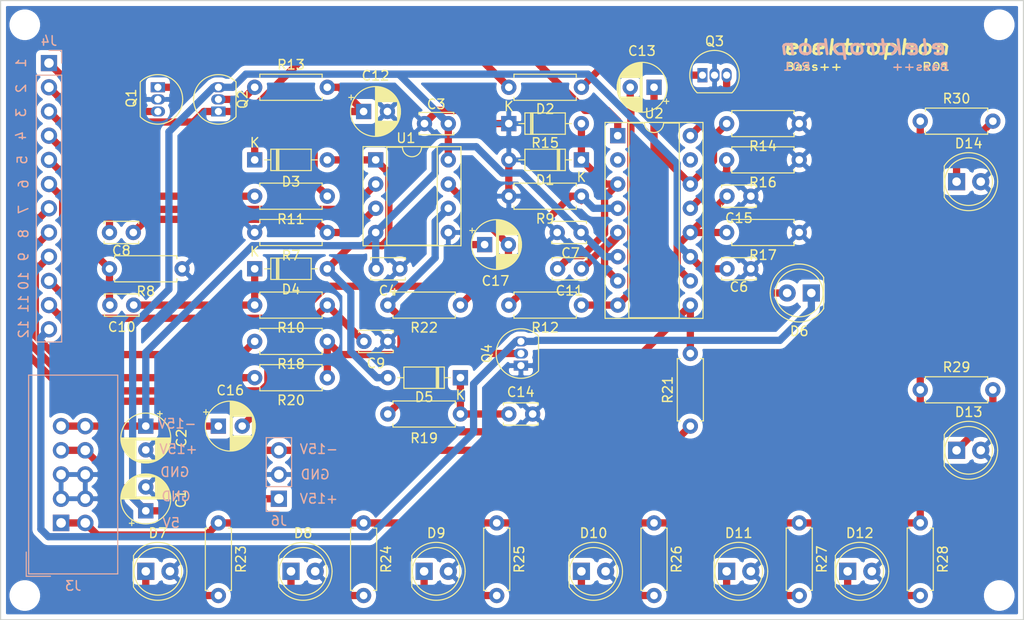
<source format=kicad_pcb>
(kicad_pcb (version 20171130) (host pcbnew 5.1.2)
  (layers (0 F.Cu signal) (31 B.Cu signal hide) (34 B.Paste user) (35 F.Paste user) (36 B.SilkS user) (37 F.SilkS user) (38 B.Mask user) (39 F.Mask user) (44 Edge.Cuts user))
  (net 0 "")
  (net 1 GND)
  (net 2 +15V)
  (net 3 -15V)
  (net 4 "Net-(C8-Pad2)")
  (net 5 /TRIGGER)
  (net 6 /ImpactVolume2)
  (net 7 /ImpactVolume1)
  (net 8 "Net-(C10-Pad1)")
  (net 9 "Net-(C11-Pad2)")
  (net 10 "Net-(C11-Pad1)")
  (net 11 "Net-(C12-Pad1)")
  (net 12 "Net-(C13-Pad2)")
  (net 13 "Net-(C13-Pad1)")
  (net 14 "Net-(C14-Pad1)")
  (net 15 "Net-(C15-Pad2)")
  (net 16 "Net-(C16-Pad2)")
  (net 17 /Shell)
  (net 18 "Net-(C17-Pad2)")
  (net 19 /OUT)
  (net 20 /PULSE)
  (net 21 /LED)
  (net 22 "Net-(Q1-Pad1)")
  (net 23 /CV2)
  (net 24 /CV1)
  (net 25 "Net-(Q2-Pad2)")
  (net 26 "Net-(Q3-Pad1)")
  (net 27 "Net-(Q3-Pad3)")
  (net 28 "Net-(Q4-Pad2)")
  (net 29 "Net-(R12-Pad2)")
  (net 30 /DECAY)
  (net 31 "Net-(R16-Pad2)")
  (net 32 /ShellVolume)
  (net 33 "Net-(R18-Pad1)")
  (net 34 /ImpactTone)
  (net 35 /SENSITIVITY)
  (net 36 "Net-(U2-Pad15)")
  (net 37 "Net-(U2-Pad2)")
  (net 38 +5V)
  (net 39 "Net-(D7-Pad1)")
  (net 40 "Net-(D8-Pad1)")
  (net 41 "Net-(D9-Pad1)")
  (net 42 "Net-(D10-Pad1)")
  (net 43 "Net-(D11-Pad1)")
  (net 44 "Net-(D12-Pad1)")
  (net 45 "Net-(D13-Pad1)")
  (net 46 "Net-(D14-Pad1)")
  (module MountingHole:MountingHole_2.2mm_M2_ISO14580 (layer F.Cu) (at 188.63 123.19)
    (fp_text reference REF** hide)
    (fp_text value MountingHole_2.2mm_M2_ISO14580 hide)
    (pad 1 np_thru_hole circle (at 0 0) (size 2.2 2.2) (drill 2.2) (layers *.Cu *.Mask))
  )
  (module MountingHole:MountingHole_2.2mm_M2_ISO14580 (layer F.Cu) (at 188.63 63.29)
    (fp_text reference REF** hide)
    (fp_text value MountingHole_2.2mm_M2_ISO14580 hide)
    (pad 1 np_thru_hole circle (at 0 0) (size 2.2 2.2) (drill 2.2) (layers *.Cu *.Mask))
  )
  (module MountingHole:MountingHole_2.2mm_M2_ISO14580 (layer F.Cu) (at 86.36 63.29)
    (fp_text reference REF** hide)
    (fp_text value MountingHole_2.2mm_M2_ISO14580 hide)
    (pad 1 np_thru_hole circle (at 0 0) (size 2.2 2.2) (drill 2.2) (layers *.Cu *.Mask))
  )
  (module MountingHole:MountingHole_2.2mm_M2_ISO14580 (layer F.Cu) (at 86.36 123.19)
    (fp_text reference REF** hide)
    (fp_text value MountingHole_2.2mm_M2_ISO14580 hide)
    (pad 1 np_thru_hole circle (at 0 0) (size 2.2 2.2) (drill 2.2) (layers *.Cu *.Mask))
  )
  (module Connector_PinHeader_2.54mm:PinHeader_1x03_P2.54mm_Vertical (layer B.Cu) (at 113.03 113.03)
    (fp_text reference J6 (at 0 2.33) (layer B.SilkS) (effects (justify mirror)))
    (fp_text value PanelPower)
    (pad 3 thru_hole oval (at 0 -5.08) (size 1.7 1.7) (drill 1) (layers *.Cu *.Mask) (net 3 -15V))
    (pad 2 thru_hole oval (at 0 -2.54) (size 1.7 1.7) (drill 1) (layers *.Cu *.Mask) (net 1 GND))
    (pad 1 thru_hole rect (at 0 0) (size 1.7 1.7) (drill 1) (layers *.Cu *.Mask) (net 2 +15V))
  )
  (module Connector_PinHeader_2.54mm:PinHeader_1x12_P2.54mm_Vertical (layer B.Cu) (at 88.9 67.31 180)
    (fp_text reference J4 (at 0 2.33) (layer B.SilkS) (effects (justify mirror)))
    (fp_text value Panel)
    (pad 12 thru_hole oval (at 0 -27.94 180) (size 1.7 1.7) (drill 1) (layers *.Cu *.Mask) (net 21 /LED))
    (pad 11 thru_hole oval (at 0 -25.4 180) (size 1.7 1.7) (drill 1) (layers *.Cu *.Mask) (net 32 /ShellVolume))
    (pad 10 thru_hole oval (at 0 -22.86 180) (size 1.7 1.7) (drill 1) (layers *.Cu *.Mask) (net 19 /OUT))
    (pad 9 thru_hole oval (at 0 -20.32 180) (size 1.7 1.7) (drill 1) (layers *.Cu *.Mask) (net 34 /ImpactTone))
    (pad 8 thru_hole oval (at 0 -17.78 180) (size 1.7 1.7) (drill 1) (layers *.Cu *.Mask) (net 6 /ImpactVolume2))
    (pad 7 thru_hole oval (at 0 -15.24 180) (size 1.7 1.7) (drill 1) (layers *.Cu *.Mask) (net 17 /Shell))
    (pad 6 thru_hole oval (at 0 -12.7 180) (size 1.7 1.7) (drill 1) (layers *.Cu *.Mask) (net 7 /ImpactVolume1))
    (pad 5 thru_hole oval (at 0 -10.16 180) (size 1.7 1.7) (drill 1) (layers *.Cu *.Mask) (net 5 /TRIGGER))
    (pad 4 thru_hole oval (at 0 -7.62 180) (size 1.7 1.7) (drill 1) (layers *.Cu *.Mask) (net 35 /SENSITIVITY))
    (pad 3 thru_hole oval (at 0 -5.08 180) (size 1.7 1.7) (drill 1) (layers *.Cu *.Mask) (net 30 /DECAY))
    (pad 2 thru_hole oval (at 0 -2.54 180) (size 1.7 1.7) (drill 1) (layers *.Cu *.Mask) (net 24 /CV1))
    (pad 1 thru_hole rect (at 0 0 180) (size 1.7 1.7) (drill 1) (layers *.Cu *.Mask) (net 23 /CV2))
  )
  (module Package_DIP:DIP-16_W7.62mm_Socket (layer F.Cu) (at 148.59 74.93)
    (fp_text reference U2 (at 3.81 -2.33) (layer F.SilkS))
    (fp_text value LM13700)
    (pad 16 thru_hole oval (at 7.62 0) (size 1.6 1.6) (drill 0.8) (layers *.Cu *.Mask) (net 27 "Net-(Q3-Pad3)"))
    (pad 8 thru_hole oval (at 0 17.78) (size 1.6 1.6) (drill 0.8) (layers *.Cu *.Mask) (net 12 "Net-(C13-Pad2)"))
    (pad 15 thru_hole oval (at 7.62 2.54) (size 1.6 1.6) (drill 0.8) (layers *.Cu *.Mask) (net 36 "Net-(U2-Pad15)"))
    (pad 7 thru_hole oval (at 0 15.24) (size 1.6 1.6) (drill 0.8) (layers *.Cu *.Mask) (net 10 "Net-(C11-Pad1)"))
    (pad 14 thru_hole oval (at 7.62 5.08) (size 1.6 1.6) (drill 0.8) (layers *.Cu *.Mask) (net 13 "Net-(C13-Pad1)"))
    (pad 6 thru_hole oval (at 0 12.7) (size 1.6 1.6) (drill 0.8) (layers *.Cu *.Mask) (net 3 -15V))
    (pad 13 thru_hole oval (at 7.62 7.62) (size 1.6 1.6) (drill 0.8) (layers *.Cu *.Mask) (net 31 "Net-(R16-Pad2)"))
    (pad 5 thru_hole oval (at 0 10.16) (size 1.6 1.6) (drill 0.8) (layers *.Cu *.Mask) (net 10 "Net-(C11-Pad1)"))
    (pad 12 thru_hole oval (at 7.62 10.16) (size 1.6 1.6) (drill 0.8) (layers *.Cu *.Mask) (net 15 "Net-(C15-Pad2)"))
    (pad 4 thru_hole oval (at 0 7.62) (size 1.6 1.6) (drill 0.8) (layers *.Cu *.Mask) (net 29 "Net-(R12-Pad2)"))
    (pad 11 thru_hole oval (at 7.62 12.7) (size 1.6 1.6) (drill 0.8) (layers *.Cu *.Mask) (net 2 +15V))
    (pad 3 thru_hole oval (at 0 5.08) (size 1.6 1.6) (drill 0.8) (layers *.Cu *.Mask) (net 9 "Net-(C11-Pad2)"))
    (pad 10 thru_hole oval (at 7.62 15.24) (size 1.6 1.6) (drill 0.8) (layers *.Cu *.Mask) (net 15 "Net-(C15-Pad2)"))
    (pad 2 thru_hole oval (at 0 2.54) (size 1.6 1.6) (drill 0.8) (layers *.Cu *.Mask) (net 37 "Net-(U2-Pad2)"))
    (pad 9 thru_hole oval (at 7.62 17.78) (size 1.6 1.6) (drill 0.8) (layers *.Cu *.Mask) (net 16 "Net-(C16-Pad2)"))
    (pad 1 thru_hole rect (at 0 0) (size 1.6 1.6) (drill 0.8) (layers *.Cu *.Mask) (net 22 "Net-(Q1-Pad1)"))
  )
  (module Package_DIP:DIP-8_W7.62mm_Socket (layer F.Cu) (at 123.19 77.47)
    (fp_text reference U1 (at 3.175 -2.286) (layer F.SilkS))
    (fp_text value TL072)
    (pad 8 thru_hole oval (at 7.62 0) (size 1.6 1.6) (drill 0.8) (layers *.Cu *.Mask) (net 2 +15V))
    (pad 4 thru_hole oval (at 0 7.62) (size 1.6 1.6) (drill 0.8) (layers *.Cu *.Mask) (net 3 -15V))
    (pad 7 thru_hole oval (at 7.62 2.54) (size 1.6 1.6) (drill 0.8) (layers *.Cu *.Mask) (net 18 "Net-(C17-Pad2)"))
    (pad 3 thru_hole oval (at 0 5.08) (size 1.6 1.6) (drill 0.8) (layers *.Cu *.Mask) (net 4 "Net-(C8-Pad2)"))
    (pad 6 thru_hole oval (at 7.62 5.08) (size 1.6 1.6) (drill 0.8) (layers *.Cu *.Mask) (net 33 "Net-(R18-Pad1)"))
    (pad 2 thru_hole oval (at 0 2.54) (size 1.6 1.6) (drill 0.8) (layers *.Cu *.Mask) (net 35 /SENSITIVITY))
    (pad 5 thru_hole oval (at 7.62 7.62) (size 1.6 1.6) (drill 0.8) (layers *.Cu *.Mask) (net 1 GND))
    (pad 1 thru_hole rect (at 0 0) (size 1.6 1.6) (drill 0.8) (layers *.Cu *.Mask) (net 20 /PULSE))
  )
  (module Resistor_THT:R_Axial_DIN0207_L6.3mm_D2.5mm_P7.62mm_Horizontal (layer F.Cu) (at 180.34 73.406)
    (fp_text reference R30 (at 3.81 -2.37) (layer F.SilkS))
    (fp_text value 220k)
    (pad 2 thru_hole oval (at 7.62 0) (size 1.6 1.6) (drill 0.8) (layers *.Cu *.Mask) (net 46 "Net-(D14-Pad1)"))
    (pad 1 thru_hole circle (at 0 0) (size 1.6 1.6) (drill 0.8) (layers *.Cu *.Mask) (net 38 +5V))
  )
  (module Resistor_THT:R_Axial_DIN0207_L6.3mm_D2.5mm_P7.62mm_Horizontal (layer F.Cu) (at 180.34 101.6)
    (fp_text reference R29 (at 3.81 -2.37) (layer F.SilkS))
    (fp_text value 220k)
    (pad 2 thru_hole oval (at 7.62 0) (size 1.6 1.6) (drill 0.8) (layers *.Cu *.Mask) (net 45 "Net-(D13-Pad1)"))
    (pad 1 thru_hole circle (at 0 0) (size 1.6 1.6) (drill 0.8) (layers *.Cu *.Mask) (net 38 +5V))
  )
  (module Resistor_THT:R_Axial_DIN0207_L6.3mm_D2.5mm_P7.62mm_Horizontal (layer F.Cu) (at 180.34 115.57 270)
    (fp_text reference R28 (at 3.81 -2.37 90) (layer F.SilkS))
    (fp_text value 220k)
    (pad 2 thru_hole oval (at 7.62 0 270) (size 1.6 1.6) (drill 0.8) (layers *.Cu *.Mask) (net 44 "Net-(D12-Pad1)"))
    (pad 1 thru_hole circle (at 0 0 270) (size 1.6 1.6) (drill 0.8) (layers *.Cu *.Mask) (net 38 +5V))
  )
  (module Resistor_THT:R_Axial_DIN0207_L6.3mm_D2.5mm_P7.62mm_Horizontal (layer F.Cu) (at 167.64 115.57 270)
    (fp_text reference R27 (at 3.81 -2.37 90) (layer F.SilkS))
    (fp_text value 220k)
    (pad 2 thru_hole oval (at 7.62 0 270) (size 1.6 1.6) (drill 0.8) (layers *.Cu *.Mask) (net 43 "Net-(D11-Pad1)"))
    (pad 1 thru_hole circle (at 0 0 270) (size 1.6 1.6) (drill 0.8) (layers *.Cu *.Mask) (net 38 +5V))
  )
  (module Resistor_THT:R_Axial_DIN0207_L6.3mm_D2.5mm_P7.62mm_Horizontal (layer F.Cu) (at 152.4 115.57 270)
    (fp_text reference R26 (at 3.81 -2.37 90) (layer F.SilkS))
    (fp_text value 220k)
    (pad 2 thru_hole oval (at 7.62 0 270) (size 1.6 1.6) (drill 0.8) (layers *.Cu *.Mask) (net 42 "Net-(D10-Pad1)"))
    (pad 1 thru_hole circle (at 0 0 270) (size 1.6 1.6) (drill 0.8) (layers *.Cu *.Mask) (net 38 +5V))
  )
  (module Resistor_THT:R_Axial_DIN0207_L6.3mm_D2.5mm_P7.62mm_Horizontal (layer F.Cu) (at 135.89 115.57 270)
    (fp_text reference R25 (at 3.81 -2.37 90) (layer F.SilkS))
    (fp_text value 220k)
    (pad 2 thru_hole oval (at 7.62 0 270) (size 1.6 1.6) (drill 0.8) (layers *.Cu *.Mask) (net 41 "Net-(D9-Pad1)"))
    (pad 1 thru_hole circle (at 0 0 270) (size 1.6 1.6) (drill 0.8) (layers *.Cu *.Mask) (net 38 +5V))
  )
  (module Resistor_THT:R_Axial_DIN0207_L6.3mm_D2.5mm_P7.62mm_Horizontal (layer F.Cu) (at 121.92 115.57 270)
    (fp_text reference R24 (at 3.81 -2.37 90) (layer F.SilkS))
    (fp_text value 220k)
    (pad 2 thru_hole oval (at 7.62 0 270) (size 1.6 1.6) (drill 0.8) (layers *.Cu *.Mask) (net 40 "Net-(D8-Pad1)"))
    (pad 1 thru_hole circle (at 0 0 270) (size 1.6 1.6) (drill 0.8) (layers *.Cu *.Mask) (net 38 +5V))
  )
  (module Resistor_THT:R_Axial_DIN0207_L6.3mm_D2.5mm_P7.62mm_Horizontal (layer F.Cu) (at 106.68 115.57 270)
    (fp_text reference R23 (at 3.81 -2.37 90) (layer F.SilkS))
    (fp_text value 220k)
    (pad 2 thru_hole oval (at 7.62 0 270) (size 1.6 1.6) (drill 0.8) (layers *.Cu *.Mask) (net 39 "Net-(D7-Pad1)"))
    (pad 1 thru_hole circle (at 0 0 270) (size 1.6 1.6) (drill 0.8) (layers *.Cu *.Mask) (net 38 +5V))
  )
  (module Resistor_THT:R_Axial_DIN0207_L6.3mm_D2.5mm_P7.62mm_Horizontal (layer F.Cu) (at 132.08 92.71 180)
    (fp_text reference R22 (at 3.81 -2.37) (layer F.SilkS))
    (fp_text value 100k)
    (pad 2 thru_hole oval (at 7.62 0 180) (size 1.6 1.6) (drill 0.8) (layers *.Cu *.Mask) (net 33 "Net-(R18-Pad1)"))
    (pad 1 thru_hole circle (at 0 0 180) (size 1.6 1.6) (drill 0.8) (layers *.Cu *.Mask) (net 18 "Net-(C17-Pad2)"))
  )
  (module Resistor_THT:R_Axial_DIN0207_L6.3mm_D2.5mm_P7.62mm_Horizontal (layer F.Cu) (at 156.21 105.41 90)
    (fp_text reference R21 (at 3.81 -2.37 90) (layer F.SilkS))
    (fp_text value 220)
    (pad 2 thru_hole oval (at 7.62 0 90) (size 1.6 1.6) (drill 0.8) (layers *.Cu *.Mask) (net 16 "Net-(C16-Pad2)"))
    (pad 1 thru_hole circle (at 0 0 90) (size 1.6 1.6) (drill 0.8) (layers *.Cu *.Mask) (net 3 -15V))
  )
  (module Resistor_THT:R_Axial_DIN0207_L6.3mm_D2.5mm_P7.62mm_Horizontal (layer F.Cu) (at 118.11 100.33 180)
    (fp_text reference R20 (at 3.81 -2.37) (layer F.SilkS))
    (fp_text value 100k)
    (pad 2 thru_hole oval (at 7.62 0 180) (size 1.6 1.6) (drill 0.8) (layers *.Cu *.Mask) (net 34 /ImpactTone))
    (pad 1 thru_hole circle (at 0 0 180) (size 1.6 1.6) (drill 0.8) (layers *.Cu *.Mask) (net 33 "Net-(R18-Pad1)"))
  )
  (module Resistor_THT:R_Axial_DIN0207_L6.3mm_D2.5mm_P7.62mm_Horizontal (layer F.Cu) (at 124.46 104.14)
    (fp_text reference R19 (at 3.81 2.54) (layer F.SilkS))
    (fp_text value 220k)
    (pad 2 thru_hole oval (at 7.62 0) (size 1.6 1.6) (drill 0.8) (layers *.Cu *.Mask) (net 14 "Net-(C14-Pad1)"))
    (pad 1 thru_hole circle (at 0 0) (size 1.6 1.6) (drill 0.8) (layers *.Cu *.Mask) (net 28 "Net-(Q4-Pad2)"))
  )
  (module Resistor_THT:R_Axial_DIN0207_L6.3mm_D2.5mm_P7.62mm_Horizontal (layer F.Cu) (at 118.11 96.52 180)
    (fp_text reference R18 (at 3.81 -2.37) (layer F.SilkS))
    (fp_text value 100k)
    (pad 2 thru_hole oval (at 7.62 0 180) (size 1.6 1.6) (drill 0.8) (layers *.Cu *.Mask) (net 32 /ShellVolume))
    (pad 1 thru_hole circle (at 0 0 180) (size 1.6 1.6) (drill 0.8) (layers *.Cu *.Mask) (net 33 "Net-(R18-Pad1)"))
  )
  (module Resistor_THT:R_Axial_DIN0207_L6.3mm_D2.5mm_P7.62mm_Horizontal (layer F.Cu) (at 167.64 85.09 180)
    (fp_text reference R17 (at 3.81 -2.37) (layer F.SilkS))
    (fp_text value 220)
    (pad 2 thru_hole oval (at 7.62 0 180) (size 1.6 1.6) (drill 0.8) (layers *.Cu *.Mask) (net 15 "Net-(C15-Pad2)"))
    (pad 1 thru_hole circle (at 0 0 180) (size 1.6 1.6) (drill 0.8) (layers *.Cu *.Mask) (net 1 GND))
  )
  (module Resistor_THT:R_Axial_DIN0207_L6.3mm_D2.5mm_P7.62mm_Horizontal (layer F.Cu) (at 167.64 77.47 180)
    (fp_text reference R16 (at 3.81 -2.37) (layer F.SilkS))
    (fp_text value 220)
    (pad 2 thru_hole oval (at 7.62 0 180) (size 1.6 1.6) (drill 0.8) (layers *.Cu *.Mask) (net 31 "Net-(R16-Pad2)"))
    (pad 1 thru_hole circle (at 0 0 180) (size 1.6 1.6) (drill 0.8) (layers *.Cu *.Mask) (net 1 GND))
  )
  (module Resistor_THT:R_Axial_DIN0207_L6.3mm_D2.5mm_P7.62mm_Horizontal (layer F.Cu) (at 144.78 69.85 180)
    (fp_text reference R15 (at 3.81 -5.842) (layer F.SilkS))
    (fp_text value 20k)
    (pad 2 thru_hole oval (at 7.62 0 180) (size 1.6 1.6) (drill 0.8) (layers *.Cu *.Mask) (net 24 /CV1))
    (pad 1 thru_hole circle (at 0 0 180) (size 1.6 1.6) (drill 0.8) (layers *.Cu *.Mask) (net 26 "Net-(Q3-Pad1)"))
  )
  (module Resistor_THT:R_Axial_DIN0207_L6.3mm_D2.5mm_P7.62mm_Horizontal (layer F.Cu) (at 167.64 73.66 180)
    (fp_text reference R14 (at 3.81 -2.37) (layer F.SilkS))
    (fp_text value 220)
    (pad 2 thru_hole oval (at 7.62 0 180) (size 1.6 1.6) (drill 0.8) (layers *.Cu *.Mask) (net 13 "Net-(C13-Pad1)"))
    (pad 1 thru_hole circle (at 0 0 180) (size 1.6 1.6) (drill 0.8) (layers *.Cu *.Mask) (net 1 GND))
  )
  (module Resistor_THT:R_Axial_DIN0207_L6.3mm_D2.5mm_P7.62mm_Horizontal (layer F.Cu) (at 110.49 69.85)
    (fp_text reference R13 (at 3.81 -2.37) (layer F.SilkS))
    (fp_text value 10k)
    (pad 2 thru_hole oval (at 7.62 0) (size 1.6 1.6) (drill 0.8) (layers *.Cu *.Mask) (net 11 "Net-(C12-Pad1)"))
    (pad 1 thru_hole circle (at 0 0) (size 1.6 1.6) (drill 0.8) (layers *.Cu *.Mask) (net 25 "Net-(Q2-Pad2)"))
  )
  (module Resistor_THT:R_Axial_DIN0207_L6.3mm_D2.5mm_P7.62mm_Horizontal (layer F.Cu) (at 144.78 92.71 180)
    (fp_text reference R12 (at 3.81 -2.37) (layer F.SilkS))
    (fp_text value 20k)
    (pad 2 thru_hole oval (at 7.62 0 180) (size 1.6 1.6) (drill 0.8) (layers *.Cu *.Mask) (net 29 "Net-(R12-Pad2)"))
    (pad 1 thru_hole circle (at 0 0 180) (size 1.6 1.6) (drill 0.8) (layers *.Cu *.Mask) (net 12 "Net-(C13-Pad2)"))
  )
  (module Resistor_THT:R_Axial_DIN0207_L6.3mm_D2.5mm_P7.62mm_Horizontal (layer F.Cu) (at 110.49 81.28)
    (fp_text reference R11 (at 3.81 2.413) (layer F.SilkS))
    (fp_text value 1k)
    (pad 2 thru_hole oval (at 7.62 0) (size 1.6 1.6) (drill 0.8) (layers *.Cu *.Mask) (net 11 "Net-(C12-Pad1)"))
    (pad 1 thru_hole circle (at 0 0) (size 1.6 1.6) (drill 0.8) (layers *.Cu *.Mask) (net 30 /DECAY))
  )
  (module Resistor_THT:R_Axial_DIN0207_L6.3mm_D2.5mm_P7.62mm_Horizontal (layer F.Cu) (at 118.11 92.71 180)
    (fp_text reference R10 (at 3.81 -2.37) (layer F.SilkS))
    (fp_text value 10k)
    (pad 2 thru_hole oval (at 7.62 0 180) (size 1.6 1.6) (drill 0.8) (layers *.Cu *.Mask) (net 8 "Net-(C10-Pad1)"))
    (pad 1 thru_hole circle (at 0 0 180) (size 1.6 1.6) (drill 0.8) (layers *.Cu *.Mask) (net 6 /ImpactVolume2))
  )
  (module Resistor_THT:R_Axial_DIN0207_L6.3mm_D2.5mm_P7.62mm_Horizontal (layer F.Cu) (at 144.78 81.28 180)
    (fp_text reference R9 (at 3.81 -2.37) (layer F.SilkS))
    (fp_text value 2k)
    (pad 2 thru_hole oval (at 7.62 0 180) (size 1.6 1.6) (drill 0.8) (layers *.Cu *.Mask) (net 1 GND))
    (pad 1 thru_hole circle (at 0 0 180) (size 1.6 1.6) (drill 0.8) (layers *.Cu *.Mask) (net 29 "Net-(R12-Pad2)"))
  )
  (module Resistor_THT:R_Axial_DIN0207_L6.3mm_D2.5mm_P7.62mm_Horizontal (layer F.Cu) (at 102.87 88.9 180)
    (fp_text reference R8 (at 3.81 -2.37) (layer F.SilkS))
    (fp_text value 2k)
    (pad 2 thru_hole oval (at 7.62 0 180) (size 1.6 1.6) (drill 0.8) (layers *.Cu *.Mask) (net 7 /ImpactVolume1))
    (pad 1 thru_hole circle (at 0 0 180) (size 1.6 1.6) (drill 0.8) (layers *.Cu *.Mask) (net 1 GND))
  )
  (module Resistor_THT:R_Axial_DIN0207_L6.3mm_D2.5mm_P7.62mm_Horizontal (layer F.Cu) (at 110.49 85.09)
    (fp_text reference R7 (at 3.81 2.413) (layer F.SilkS))
    (fp_text value 1M)
    (pad 2 thru_hole oval (at 7.62 0) (size 1.6 1.6) (drill 0.8) (layers *.Cu *.Mask) (net 4 "Net-(C8-Pad2)"))
    (pad 1 thru_hole circle (at 0 0) (size 1.6 1.6) (drill 0.8) (layers *.Cu *.Mask) (net 1 GND))
  )
  (module Package_TO_SOT_THT:TO-92_Inline (layer F.Cu) (at 138.43 99.06 90)
    (fp_text reference Q4 (at 1.27 -3.56 90) (layer F.SilkS))
    (fp_text value 2N3904)
    (pad 1 thru_hole rect (at 0 0 90) (size 1.05 1.5) (drill 0.75) (layers *.Cu *.Mask) (net 1 GND))
    (pad 3 thru_hole oval (at 2.54 0 90) (size 1.05 1.5) (drill 0.75) (layers *.Cu *.Mask) (net 21 /LED))
    (pad 2 thru_hole oval (at 1.27 0 90) (size 1.05 1.5) (drill 0.75) (layers *.Cu *.Mask) (net 28 "Net-(Q4-Pad2)"))
  )
  (module Package_TO_SOT_THT:TO-92_Inline (layer F.Cu) (at 157.48 68.58)
    (fp_text reference Q3 (at 1.27 -3.56) (layer F.SilkS))
    (fp_text value 2N3906)
    (pad 1 thru_hole rect (at 0 0) (size 1.05 1.5) (drill 0.75) (layers *.Cu *.Mask) (net 26 "Net-(Q3-Pad1)"))
    (pad 3 thru_hole oval (at 2.54 0) (size 1.05 1.5) (drill 0.75) (layers *.Cu *.Mask) (net 27 "Net-(Q3-Pad3)"))
    (pad 2 thru_hole oval (at 1.27 0) (size 1.05 1.5) (drill 0.75) (layers *.Cu *.Mask) (net 1 GND))
  )
  (module Package_TO_SOT_THT:TO-92_Inline (layer F.Cu) (at 106.68 72.39 90)
    (fp_text reference Q2 (at 1.27 2.54 90) (layer F.SilkS))
    (fp_text value 2N3904)
    (pad 1 thru_hole rect (at 0 0 90) (size 1.05 1.5) (drill 0.75) (layers *.Cu *.Mask) (net 24 /CV1))
    (pad 3 thru_hole oval (at 2.54 0 90) (size 1.05 1.5) (drill 0.75) (layers *.Cu *.Mask) (net 2 +15V))
    (pad 2 thru_hole oval (at 1.27 0 90) (size 1.05 1.5) (drill 0.75) (layers *.Cu *.Mask) (net 25 "Net-(Q2-Pad2)"))
  )
  (module Package_TO_SOT_THT:TO-92_Inline (layer F.Cu) (at 100.33 69.85 270)
    (fp_text reference Q1 (at 1.143 2.794 90) (layer F.SilkS))
    (fp_text value 2N3906)
    (pad 1 thru_hole rect (at 0 0 270) (size 1.05 1.5) (drill 0.75) (layers *.Cu *.Mask) (net 22 "Net-(Q1-Pad1)"))
    (pad 3 thru_hole oval (at 2.54 0 270) (size 1.05 1.5) (drill 0.75) (layers *.Cu *.Mask) (net 23 /CV2))
    (pad 2 thru_hole oval (at 1.27 0 270) (size 1.05 1.5) (drill 0.75) (layers *.Cu *.Mask) (net 1 GND))
  )
  (module Connector_IDC:IDC-Header_2x05_P2.54mm_Vertical (layer B.Cu) (at 90.17 115.57)
    (fp_text reference J3 (at 1.27 6.604) (layer B.SilkS) (effects (justify mirror)))
    (fp_text value POWER)
    (pad 10 thru_hole oval (at 2.54 -10.16) (size 1.7272 1.7272) (drill 1.016) (layers *.Cu *.Mask) (net 3 -15V))
    (pad 9 thru_hole oval (at 0 -10.16) (size 1.7272 1.7272) (drill 1.016) (layers *.Cu *.Mask) (net 3 -15V))
    (pad 8 thru_hole oval (at 2.54 -7.62) (size 1.7272 1.7272) (drill 1.016) (layers *.Cu *.Mask) (net 2 +15V))
    (pad 7 thru_hole oval (at 0 -7.62) (size 1.7272 1.7272) (drill 1.016) (layers *.Cu *.Mask) (net 2 +15V))
    (pad 6 thru_hole oval (at 2.54 -5.08) (size 1.7272 1.7272) (drill 1.016) (layers *.Cu *.Mask) (net 1 GND))
    (pad 5 thru_hole oval (at 0 -5.08) (size 1.7272 1.7272) (drill 1.016) (layers *.Cu *.Mask) (net 1 GND))
    (pad 4 thru_hole oval (at 2.54 -2.54) (size 1.7272 1.7272) (drill 1.016) (layers *.Cu *.Mask) (net 1 GND))
    (pad 3 thru_hole oval (at 0 -2.54) (size 1.7272 1.7272) (drill 1.016) (layers *.Cu *.Mask) (net 1 GND))
    (pad 2 thru_hole oval (at 2.54 0) (size 1.7272 1.7272) (drill 1.016) (layers *.Cu *.Mask) (net 38 +5V))
    (pad 1 thru_hole rect (at 0 0) (size 1.7272 1.7272) (drill 1.016) (layers *.Cu *.Mask) (net 38 +5V))
  )
  (module LED_THT:LED_D5.0mm_FlatTop (layer F.Cu) (at 184.15 79.756)
    (fp_text reference D14 (at 1.27 -4.01) (layer F.SilkS))
    (fp_text value LED)
    (pad 2 thru_hole circle (at 2.54 0) (size 1.8 1.8) (drill 0.9) (layers *.Cu *.Mask) (net 1 GND))
    (pad 1 thru_hole rect (at 0 0) (size 1.8 1.8) (drill 0.9) (layers *.Cu *.Mask) (net 46 "Net-(D14-Pad1)"))
  )
  (module LED_THT:LED_D5.0mm_FlatTop (layer F.Cu) (at 184.15 107.95)
    (fp_text reference D13 (at 1.27 -4.01) (layer F.SilkS))
    (fp_text value LED)
    (pad 2 thru_hole circle (at 2.54 0) (size 1.8 1.8) (drill 0.9) (layers *.Cu *.Mask) (net 1 GND))
    (pad 1 thru_hole rect (at 0 0) (size 1.8 1.8) (drill 0.9) (layers *.Cu *.Mask) (net 45 "Net-(D13-Pad1)"))
  )
  (module LED_THT:LED_D5.0mm_FlatTop (layer F.Cu) (at 172.72 120.65)
    (fp_text reference D12 (at 1.27 -4.01) (layer F.SilkS))
    (fp_text value LED)
    (pad 2 thru_hole circle (at 2.54 0) (size 1.8 1.8) (drill 0.9) (layers *.Cu *.Mask) (net 1 GND))
    (pad 1 thru_hole rect (at 0 0) (size 1.8 1.8) (drill 0.9) (layers *.Cu *.Mask) (net 44 "Net-(D12-Pad1)"))
  )
  (module LED_THT:LED_D5.0mm_FlatTop (layer F.Cu) (at 160.02 120.65)
    (fp_text reference D11 (at 1.27 -4.01) (layer F.SilkS))
    (fp_text value LED)
    (pad 2 thru_hole circle (at 2.54 0) (size 1.8 1.8) (drill 0.9) (layers *.Cu *.Mask) (net 1 GND))
    (pad 1 thru_hole rect (at 0 0) (size 1.8 1.8) (drill 0.9) (layers *.Cu *.Mask) (net 43 "Net-(D11-Pad1)"))
  )
  (module LED_THT:LED_D5.0mm_FlatTop (layer F.Cu) (at 144.78 120.65)
    (fp_text reference D10 (at 1.27 -4.01) (layer F.SilkS))
    (fp_text value LED)
    (pad 2 thru_hole circle (at 2.54 0) (size 1.8 1.8) (drill 0.9) (layers *.Cu *.Mask) (net 1 GND))
    (pad 1 thru_hole rect (at 0 0) (size 1.8 1.8) (drill 0.9) (layers *.Cu *.Mask) (net 42 "Net-(D10-Pad1)"))
  )
  (module LED_THT:LED_D5.0mm_FlatTop (layer F.Cu) (at 128.27 120.65)
    (fp_text reference D9 (at 1.27 -4.01) (layer F.SilkS))
    (fp_text value LED)
    (pad 2 thru_hole circle (at 2.54 0) (size 1.8 1.8) (drill 0.9) (layers *.Cu *.Mask) (net 1 GND))
    (pad 1 thru_hole rect (at 0 0) (size 1.8 1.8) (drill 0.9) (layers *.Cu *.Mask) (net 41 "Net-(D9-Pad1)"))
  )
  (module LED_THT:LED_D5.0mm_FlatTop (layer F.Cu) (at 114.3 120.65)
    (fp_text reference D8 (at 1.27 -4.01) (layer F.SilkS))
    (fp_text value LED)
    (pad 2 thru_hole circle (at 2.54 0) (size 1.8 1.8) (drill 0.9) (layers *.Cu *.Mask) (net 1 GND))
    (pad 1 thru_hole rect (at 0 0) (size 1.8 1.8) (drill 0.9) (layers *.Cu *.Mask) (net 40 "Net-(D8-Pad1)"))
  )
  (module LED_THT:LED_D5.0mm_FlatTop (layer F.Cu) (at 99.06 120.65)
    (fp_text reference D7 (at 1.27 -4.01) (layer F.SilkS))
    (fp_text value LED)
    (pad 2 thru_hole circle (at 2.54 0) (size 1.8 1.8) (drill 0.9) (layers *.Cu *.Mask) (net 1 GND))
    (pad 1 thru_hole rect (at 0 0) (size 1.8 1.8) (drill 0.9) (layers *.Cu *.Mask) (net 39 "Net-(D7-Pad1)"))
  )
  (module LED_THT:LED_D5.0mm_FlatTop (layer F.Cu) (at 168.91 91.44 180)
    (fp_text reference D6 (at 1.27 -4.01) (layer F.SilkS))
    (fp_text value LED)
    (pad 2 thru_hole circle (at 2.54 0 180) (size 1.8 1.8) (drill 0.9) (layers *.Cu *.Mask) (net 2 +15V))
    (pad 1 thru_hole rect (at 0 0 180) (size 1.8 1.8) (drill 0.9) (layers *.Cu *.Mask) (net 21 /LED))
  )
  (module Diode_THT:D_DO-35_SOD27_P7.62mm_Horizontal (layer F.Cu) (at 132.08 100.33 180)
    (fp_text reference D5 (at 3.81 -2.032) (layer F.SilkS))
    (fp_text value 1N4148)
    (fp_text user K (at 0 -1.8) (layer F.SilkS))
    (pad 2 thru_hole oval (at 7.62 0 180) (size 1.6 1.6) (drill 0.8) (layers *.Cu *.Mask) (net 20 /PULSE))
    (pad 1 thru_hole rect (at 0 0 180) (size 1.6 1.6) (drill 0.8) (layers *.Cu *.Mask) (net 14 "Net-(C14-Pad1)"))
  )
  (module Diode_THT:D_DO-35_SOD27_P7.62mm_Horizontal (layer F.Cu) (at 110.49 88.9)
    (fp_text reference D4 (at 3.81 2.159) (layer F.SilkS))
    (fp_text value 1N4148)
    (fp_text user K (at 0 -1.8) (layer F.SilkS))
    (pad 2 thru_hole oval (at 7.62 0) (size 1.6 1.6) (drill 0.8) (layers *.Cu *.Mask) (net 20 /PULSE))
    (pad 1 thru_hole rect (at 0 0) (size 1.6 1.6) (drill 0.8) (layers *.Cu *.Mask) (net 8 "Net-(C10-Pad1)"))
  )
  (module Diode_THT:D_DO-35_SOD27_P7.62mm_Horizontal (layer F.Cu) (at 110.49 77.47)
    (fp_text reference D3 (at 3.81 2.286) (layer F.SilkS))
    (fp_text value 1N4148)
    (fp_text user K (at 0 -1.8) (layer F.SilkS))
    (pad 2 thru_hole oval (at 7.62 0) (size 1.6 1.6) (drill 0.8) (layers *.Cu *.Mask) (net 20 /PULSE))
    (pad 1 thru_hole rect (at 0 0) (size 1.6 1.6) (drill 0.8) (layers *.Cu *.Mask) (net 11 "Net-(C12-Pad1)"))
  )
  (module Diode_THT:D_DO-35_SOD27_P7.62mm_Horizontal (layer F.Cu) (at 137.16 73.66)
    (fp_text reference D2 (at 3.81 -1.524) (layer F.SilkS))
    (fp_text value 1N4148)
    (fp_text user K (at 0 -1.8) (layer F.SilkS))
    (pad 2 thru_hole oval (at 7.62 0) (size 1.6 1.6) (drill 0.8) (layers *.Cu *.Mask) (net 9 "Net-(C11-Pad2)"))
    (pad 1 thru_hole rect (at 0 0) (size 1.6 1.6) (drill 0.8) (layers *.Cu *.Mask) (net 1 GND))
  )
  (module Diode_THT:D_DO-35_SOD27_P7.62mm_Horizontal (layer F.Cu) (at 144.78 77.47 180)
    (fp_text reference D1 (at 3.81 -2.12) (layer F.SilkS))
    (fp_text value 1N4148)
    (fp_text user K (at 0 -1.8) (layer F.SilkS))
    (pad 2 thru_hole oval (at 7.62 0 180) (size 1.6 1.6) (drill 0.8) (layers *.Cu *.Mask) (net 1 GND))
    (pad 1 thru_hole rect (at 0 0 180) (size 1.6 1.6) (drill 0.8) (layers *.Cu *.Mask) (net 9 "Net-(C11-Pad2)"))
  )
  (module Capacitor_THT:CP_Radial_D5.0mm_P2.50mm (layer F.Cu) (at 134.62 86.36)
    (fp_text reference C17 (at 1.143 3.81) (layer F.SilkS))
    (fp_text value 2u2)
    (pad 2 thru_hole circle (at 2.5 0) (size 1.6 1.6) (drill 0.8) (layers *.Cu *.Mask) (net 18 "Net-(C17-Pad2)"))
    (pad 1 thru_hole rect (at 0 0) (size 1.6 1.6) (drill 0.8) (layers *.Cu *.Mask) (net 19 /OUT))
  )
  (module Capacitor_THT:CP_Radial_D5.0mm_P2.50mm (layer F.Cu) (at 106.68 105.41)
    (fp_text reference C16 (at 1.25 -3.75) (layer F.SilkS))
    (fp_text value 2u2)
    (pad 2 thru_hole circle (at 2.5 0) (size 1.6 1.6) (drill 0.8) (layers *.Cu *.Mask) (net 16 "Net-(C16-Pad2)"))
    (pad 1 thru_hole rect (at 0 0) (size 1.6 1.6) (drill 0.8) (layers *.Cu *.Mask) (net 17 /Shell))
  )
  (module Capacitor_THT:C_Disc_D3.4mm_W2.1mm_P2.50mm (layer F.Cu) (at 162.56 81.28 180)
    (fp_text reference C15 (at 1.25 -2.3) (layer F.SilkS))
    (fp_text value 10n)
    (pad 2 thru_hole circle (at 2.5 0 180) (size 1.6 1.6) (drill 0.8) (layers *.Cu *.Mask) (net 15 "Net-(C15-Pad2)"))
    (pad 1 thru_hole circle (at 0 0 180) (size 1.6 1.6) (drill 0.8) (layers *.Cu *.Mask) (net 1 GND))
  )
  (module Capacitor_THT:C_Disc_D3.4mm_W2.1mm_P2.50mm (layer F.Cu) (at 137.16 104.14)
    (fp_text reference C14 (at 1.25 -2.3) (layer F.SilkS))
    (fp_text value 10n)
    (pad 2 thru_hole circle (at 2.5 0) (size 1.6 1.6) (drill 0.8) (layers *.Cu *.Mask) (net 1 GND))
    (pad 1 thru_hole circle (at 0 0) (size 1.6 1.6) (drill 0.8) (layers *.Cu *.Mask) (net 14 "Net-(C14-Pad1)"))
  )
  (module Capacitor_THT:CP_Radial_D5.0mm_P2.50mm (layer F.Cu) (at 152.4 69.85 180)
    (fp_text reference C13 (at 1.27 3.81) (layer F.SilkS))
    (fp_text value 2u2)
    (pad 2 thru_hole circle (at 2.5 0 180) (size 1.6 1.6) (drill 0.8) (layers *.Cu *.Mask) (net 12 "Net-(C13-Pad2)"))
    (pad 1 thru_hole rect (at 0 0 180) (size 1.6 1.6) (drill 0.8) (layers *.Cu *.Mask) (net 13 "Net-(C13-Pad1)"))
  )
  (module Capacitor_THT:CP_Radial_D5.0mm_P2.50mm (layer F.Cu) (at 121.92 72.39)
    (fp_text reference C12 (at 1.25 -3.75) (layer F.SilkS))
    (fp_text value 2u2)
    (pad 2 thru_hole circle (at 2.5 0) (size 1.6 1.6) (drill 0.8) (layers *.Cu *.Mask) (net 1 GND))
    (pad 1 thru_hole rect (at 0 0) (size 1.6 1.6) (drill 0.8) (layers *.Cu *.Mask) (net 11 "Net-(C12-Pad1)"))
  )
  (module Capacitor_THT:C_Disc_D3.4mm_W2.1mm_P2.50mm (layer F.Cu) (at 144.78 88.9 180)
    (fp_text reference C11 (at 1.25 -2.3) (layer F.SilkS))
    (fp_text value 4n7)
    (pad 2 thru_hole circle (at 2.5 0 180) (size 1.6 1.6) (drill 0.8) (layers *.Cu *.Mask) (net 9 "Net-(C11-Pad2)"))
    (pad 1 thru_hole circle (at 0 0 180) (size 1.6 1.6) (drill 0.8) (layers *.Cu *.Mask) (net 10 "Net-(C11-Pad1)"))
  )
  (module Capacitor_THT:C_Disc_D3.4mm_W2.1mm_P2.50mm (layer F.Cu) (at 97.79 92.71 180)
    (fp_text reference C10 (at 1.25 -2.3) (layer F.SilkS))
    (fp_text value 0.1u)
    (pad 2 thru_hole circle (at 2.5 0 180) (size 1.6 1.6) (drill 0.8) (layers *.Cu *.Mask) (net 7 /ImpactVolume1))
    (pad 1 thru_hole circle (at 0 0 180) (size 1.6 1.6) (drill 0.8) (layers *.Cu *.Mask) (net 8 "Net-(C10-Pad1)"))
  )
  (module Capacitor_THT:C_Disc_D3.4mm_W2.1mm_P2.50mm (layer F.Cu) (at 124.46 96.52 180)
    (fp_text reference C9 (at 1.25 -2.3) (layer F.SilkS))
    (fp_text value 0.1u)
    (pad 2 thru_hole circle (at 2.5 0 180) (size 1.6 1.6) (drill 0.8) (layers *.Cu *.Mask) (net 6 /ImpactVolume2))
    (pad 1 thru_hole circle (at 0 0 180) (size 1.6 1.6) (drill 0.8) (layers *.Cu *.Mask) (net 1 GND))
  )
  (module Capacitor_THT:C_Disc_D3.4mm_W2.1mm_P2.50mm (layer F.Cu) (at 95.25 85.09)
    (fp_text reference C8 (at 1.25 1.905) (layer F.SilkS))
    (fp_text value 1n)
    (pad 2 thru_hole circle (at 2.5 0) (size 1.6 1.6) (drill 0.8) (layers *.Cu *.Mask) (net 4 "Net-(C8-Pad2)"))
    (pad 1 thru_hole circle (at 0 0) (size 1.6 1.6) (drill 0.8) (layers *.Cu *.Mask) (net 5 /TRIGGER))
  )
  (module Capacitor_THT:C_Disc_D3.4mm_W2.1mm_P2.50mm (layer F.Cu) (at 142.24 85.09)
    (fp_text reference C7 (at 1.397 2.159) (layer F.SilkS))
    (fp_text value 0.1u)
    (pad 2 thru_hole circle (at 2.5 0) (size 1.6 1.6) (drill 0.8) (layers *.Cu *.Mask) (net 3 -15V))
    (pad 1 thru_hole circle (at 0 0) (size 1.6 1.6) (drill 0.8) (layers *.Cu *.Mask) (net 1 GND))
  )
  (module Capacitor_THT:C_Disc_D3.4mm_W2.1mm_P2.50mm (layer F.Cu) (at 160.06 88.9)
    (fp_text reference C6 (at 1.25 1.905) (layer F.SilkS))
    (fp_text value 0.1u)
    (pad 2 thru_hole circle (at 2.5 0) (size 1.6 1.6) (drill 0.8) (layers *.Cu *.Mask) (net 1 GND))
    (pad 1 thru_hole circle (at 0 0) (size 1.6 1.6) (drill 0.8) (layers *.Cu *.Mask) (net 2 +15V))
  )
  (module Capacitor_THT:C_Disc_D3.4mm_W2.1mm_P2.50mm (layer F.Cu) (at 125.73 88.9 180)
    (fp_text reference C4 (at 1.25 -2.3) (layer F.SilkS))
    (fp_text value 0.1u)
    (pad 2 thru_hole circle (at 2.5 0 180) (size 1.6 1.6) (drill 0.8) (layers *.Cu *.Mask) (net 3 -15V))
    (pad 1 thru_hole circle (at 0 0 180) (size 1.6 1.6) (drill 0.8) (layers *.Cu *.Mask) (net 1 GND))
  )
  (module Capacitor_THT:C_Disc_D3.4mm_W2.1mm_P2.50mm (layer F.Cu) (at 130.81 73.66 180)
    (fp_text reference C3 (at 1.27 2.032) (layer F.SilkS))
    (fp_text value 0.1u)
    (pad 2 thru_hole circle (at 2.5 0 180) (size 1.6 1.6) (drill 0.8) (layers *.Cu *.Mask) (net 1 GND))
    (pad 1 thru_hole circle (at 0 0 180) (size 1.6 1.6) (drill 0.8) (layers *.Cu *.Mask) (net 2 +15V))
  )
  (module Capacitor_THT:CP_Radial_D5.0mm_P2.50mm (layer F.Cu) (at 99.06 105.41 270)
    (fp_text reference C2 (at 1.25 -3.75 90) (layer F.SilkS))
    (fp_text value 10u)
    (pad 2 thru_hole circle (at 2.5 0 270) (size 1.6 1.6) (drill 0.8) (layers *.Cu *.Mask) (net 1 GND))
    (pad 1 thru_hole rect (at 0 0 270) (size 1.6 1.6) (drill 0.8) (layers *.Cu *.Mask) (net 3 -15V))
  )
  (module Capacitor_THT:CP_Radial_D5.0mm_P2.50mm (layer F.Cu) (at 99.06 114.3 90)
    (fp_text reference C1 (at 1.25 3.683 90) (layer F.SilkS))
    (fp_text value 10u)
    (pad 2 thru_hole circle (at 2.5 0 90) (size 1.6 1.6) (drill 0.8) (layers *.Cu *.Mask) (net 1 GND))
    (pad 1 thru_hole rect (at 0 0 90) (size 1.6 1.6) (drill 0.8) (layers *.Cu *.Mask) (net 2 +15V))
  )
  (gr_text 12 (at 86.233 95.25 90) (layer B.SilkS) (effects (font (size 1 1)) (justify mirror)))
  (gr_text 11 (at 86.233 92.583 90) (layer B.SilkS) (effects (font (size 1 1)) (justify mirror)))
  (gr_text 10 (at 86.233 90.17 90) (layer B.SilkS) (effects (font (size 1 1)) (justify mirror)))
  (gr_text 9 (at 86.233 87.63 90) (layer B.SilkS) (effects (font (size 1 1)) (justify mirror)))
  (gr_text 8 (at 86.233 85.217 90) (layer B.SilkS) (effects (font (size 1 1)) (justify mirror)))
  (gr_text 7 (at 86.233 82.677 90) (layer B.SilkS) (effects (font (size 1 1)) (justify mirror)))
  (gr_text 6 (at 86.233 80.01 90) (layer B.SilkS) (effects (font (size 1 1)) (justify mirror)))
  (gr_text 5 (at 86.106 77.47 90) (layer B.SilkS) (effects (font (size 1 1)) (justify mirror)))
  (gr_text 4 (at 85.979 74.93 90) (layer B.SilkS) (effects (font (size 1 1)) (justify mirror)))
  (gr_text 3 (at 85.979 72.517 90) (layer B.SilkS) (effects (font (size 1 1)) (justify mirror)))
  (gr_text 2 (at 85.979 69.977 90) (layer B.SilkS) (effects (font (size 1 1)) (justify mirror)))
  (gr_text 1 (at 85.979 67.31 90) (layer B.SilkS) (effects (font (size 1 1)) (justify mirror)))
  (gr_text +15V (at 117.221 113.03) (layer B.SilkS) (effects (font (size 1 1)) (justify mirror)))
  (gr_text GND (at 116.84 110.49) (layer B.SilkS) (effects (font (size 1 1)) (justify mirror)))
  (gr_text -15V (at 117.221 107.823) (layer B.SilkS) (effects (font (size 1 1)) (justify mirror)))
  (gr_text -15V (at 102.362 105.156) (layer B.SilkS) (effects (font (size 1 1)) (justify mirror)))
  (gr_text +15V (at 102.489 107.823) (layer B.SilkS) (effects (font (size 1 1)) (justify mirror)))
  (gr_text GND (at 102.108 110.236) (layer B.SilkS) (effects (font (size 1 1)) (justify mirror)))
  (gr_text GND (at 102.235 112.776) (layer B.SilkS) (effects (font (size 1 1)) (justify mirror)))
  (gr_text 5V (at 101.727 115.57) (layer B.SilkS) (effects (font (size 1 1)) (justify mirror)))
  (gr_text Bass++ (at 180.34 67.691) (layer B.SilkS) (effects (font (size 0.8 1)) (justify mirror)))
  (gr_text R01 (at 167.386 67.691) (layer B.SilkS) (effects (font (size 0.8 1)) (justify mirror)))
  (gr_text elektrophon (at 174.371 65.659) (layer B.SilkS) (effects (font (size 1.5 2) (thickness 0.3) italic) (justify mirror)))
  (gr_text elektrophon (at 174.752 65.659) (layer F.SilkS) (effects (font (size 1.5 2) (thickness 0.3) italic)))
  (gr_text R01 (at 181.991 67.691) (layer F.SilkS) (effects (font (size 0.8 1))))
  (gr_text Bass++ (at 169.164 67.691) (layer F.SilkS) (effects (font (size 0.8 1))))
  (gr_line (start 83.82 125.73) (end 191.17 125.73) (layer Edge.Cuts) (width 0.12))
  (gr_line (start 191.17 60.75) (end 191.17 125.73) (layer Edge.Cuts) (width 0.12))
  (gr_line (start 83.82 60.75) (end 191.17 60.75) (layer Edge.Cuts) (width 0.12))
  (gr_line (start 83.82 125.73) (end 83.82 60.75) (layer Edge.Cuts) (width 0.12))
  (segment (start 128.31 73.66) (end 128.8727 73.66) (width 0.25) (layer F.Cu) (net 1))
  (segment (start 130.2474 85.09) (end 130.81 85.09) (width 0.25) (layer F.Cu) (net 1))
  (segment (start 142.24 85.09) (end 142.0953 85.09) (width 0.25) (layer F.Cu) (net 1))
  (segment (start 90.17 113.03) (end 90.17 113.6244) (width 0.25) (layer F.Cu) (net 1))
  (segment (start 125.8747 88.9) (end 125.73 88.9) (width 0.25) (layer F.Cu) (net 1))
  (segment (start 137.16 81.28) (end 137.16 77.47) (width 0.762) (layer F.Cu) (net 1))
  (segment (start 135.598 73.66) (end 137.16 73.66) (width 0.762) (layer F.Cu) (net 1))
  (segment (start 134.216999 72.278999) (end 135.598 73.66) (width 0.762) (layer F.Cu) (net 1))
  (segment (start 129.691001 72.278999) (end 134.216999 72.278999) (width 0.762) (layer F.Cu) (net 1))
  (segment (start 128.31 73.66) (end 129.691001 72.278999) (width 0.762) (layer F.Cu) (net 1))
  (segment (start 106.905 69.85) (end 106.68 69.85) (width 0.25) (layer B.Cu) (net 2))
  (segment (start 106.160866 69.85) (end 106.68 69.85) (width 0.762) (layer B.Cu) (net 2))
  (segment (start 90.17 107.95) (end 92.71 107.95) (width 0.762) (layer F.Cu) (net 2))
  (segment (start 92.71 107.95) (end 99.06 114.3) (width 0.762) (layer F.Cu) (net 2))
  (segment (start 111.418 113.03) (end 113.03 113.03) (width 0.762) (layer F.Cu) (net 2))
  (segment (start 101.892 113.03) (end 111.418 113.03) (width 0.762) (layer F.Cu) (net 2))
  (segment (start 100.622 114.3) (end 101.892 113.03) (width 0.762) (layer F.Cu) (net 2))
  (segment (start 99.06 114.3) (end 100.622 114.3) (width 0.762) (layer F.Cu) (net 2))
  (segment (start 101.488999 74.521867) (end 106.160866 69.85) (width 0.762) (layer B.Cu) (net 2))
  (segment (start 101.488999 91.054883) (end 101.488999 74.521867) (width 0.762) (layer B.Cu) (net 2))
  (segment (start 99.06 114.3) (end 97.678999 112.918999) (width 0.762) (layer B.Cu) (net 2))
  (segment (start 97.678999 94.864883) (end 101.488999 91.054883) (width 0.762) (layer B.Cu) (net 2))
  (segment (start 97.678999 112.918999) (end 97.678999 94.864883) (width 0.762) (layer B.Cu) (net 2))
  (segment (start 130.010001 72.860001) (end 130.81 73.66) (width 0.762) (layer B.Cu) (net 2))
  (segment (start 108.192 69.85) (end 109.573008 68.468993) (width 0.762) (layer B.Cu) (net 2))
  (segment (start 125.618993 68.468993) (end 130.010001 72.860001) (width 0.762) (layer B.Cu) (net 2))
  (segment (start 106.68 69.85) (end 108.192 69.85) (width 0.762) (layer B.Cu) (net 2))
  (segment (start 130.81 73.66) (end 130.81 77.47) (width 0.762) (layer F.Cu) (net 2))
  (segment (start 155.410001 86.830001) (end 156.21 87.63) (width 0.762) (layer B.Cu) (net 2))
  (segment (start 154.828999 86.248999) (end 155.410001 86.830001) (width 0.762) (layer B.Cu) (net 2))
  (segment (start 154.828999 77.855117) (end 154.828999 86.248999) (width 0.762) (layer B.Cu) (net 2))
  (segment (start 109.573008 68.468993) (end 121.808993 68.468993) (width 0.762) (layer B.Cu) (net 2))
  (segment (start 145.442875 68.468993) (end 154.828999 77.855117) (width 0.762) (layer B.Cu) (net 2))
  (segment (start 121.808993 68.468993) (end 145.442875 68.468993) (width 0.762) (layer B.Cu) (net 2))
  (segment (start 121.808993 68.468993) (end 125.618993 68.468993) (width 0.762) (layer B.Cu) (net 2))
  (segment (start 160.02 91.44) (end 156.21 87.63) (width 0.762) (layer F.Cu) (net 2))
  (segment (start 166.37 91.44) (end 160.02 91.44) (width 0.762) (layer F.Cu) (net 2))
  (segment (start 157.48 88.9) (end 156.21 87.63) (width 0.762) (layer F.Cu) (net 2))
  (segment (start 160.06 88.9) (end 157.48 88.9) (width 0.762) (layer F.Cu) (net 2))
  (segment (start 90.17 105.41) (end 90.17 106.0044) (width 0.25) (layer F.Cu) (net 3))
  (segment (start 147.28 87.63) (end 144.74 85.09) (width 0.762) (layer B.Cu) (net 3))
  (segment (start 148.59 87.63) (end 147.28 87.63) (width 0.762) (layer B.Cu) (net 3))
  (segment (start 90.17 105.41) (end 92.71 105.41) (width 0.762) (layer F.Cu) (net 3))
  (segment (start 92.71 105.41) (end 99.06 105.41) (width 0.762) (layer F.Cu) (net 3))
  (segment (start 103.162 107.95) (end 111.827919 107.95) (width 0.762) (layer F.Cu) (net 3))
  (segment (start 100.622 105.41) (end 103.162 107.95) (width 0.762) (layer F.Cu) (net 3))
  (segment (start 111.827919 107.95) (end 113.03 107.95) (width 0.762) (layer F.Cu) (net 3))
  (segment (start 99.06 105.41) (end 100.622 105.41) (width 0.762) (layer F.Cu) (net 3))
  (segment (start 122.390001 85.889999) (end 123.19 85.09) (width 0.762) (layer B.Cu) (net 3))
  (segment (start 121.808999 86.471001) (end 122.390001 85.889999) (width 0.762) (layer B.Cu) (net 3))
  (segment (start 110.273197 86.471001) (end 121.808999 86.471001) (width 0.762) (layer B.Cu) (net 3))
  (segment (start 99.06 97.684198) (end 110.273197 86.471001) (width 0.762) (layer B.Cu) (net 3))
  (segment (start 99.06 105.41) (end 99.06 97.684198) (width 0.762) (layer B.Cu) (net 3))
  (segment (start 123.19 88.86) (end 123.23 88.9) (width 0.762) (layer B.Cu) (net 3))
  (segment (start 123.19 85.09) (end 123.19 88.86) (width 0.762) (layer B.Cu) (net 3))
  (segment (start 143.940001 84.290001) (end 144.74 85.09) (width 0.762) (layer B.Cu) (net 3))
  (segment (start 138.501001 78.851001) (end 143.940001 84.290001) (width 0.762) (layer B.Cu) (net 3))
  (segment (start 136.497119 78.851001) (end 138.501001 78.851001) (width 0.762) (layer B.Cu) (net 3))
  (segment (start 133.735117 76.088999) (end 136.497119 78.851001) (width 0.762) (layer B.Cu) (net 3))
  (segment (start 130.147119 76.088999) (end 133.735117 76.088999) (width 0.762) (layer B.Cu) (net 3))
  (segment (start 129.428999 76.807119) (end 130.147119 76.088999) (width 0.762) (layer B.Cu) (net 3))
  (segment (start 129.428999 78.851001) (end 129.428999 76.807119) (width 0.762) (layer B.Cu) (net 3))
  (segment (start 123.19 85.09) (end 129.428999 78.851001) (width 0.762) (layer B.Cu) (net 3))
  (segment (start 153.67 107.95) (end 113.03 107.95) (width 0.762) (layer F.Cu) (net 3))
  (segment (start 156.21 105.41) (end 153.67 107.95) (width 0.762) (layer F.Cu) (net 3))
  (segment (start 118.11 85.09) (end 117.6216 85.09) (width 0.25) (layer F.Cu) (net 4))
  (segment (start 117.5474 85.09) (end 117.6216 85.09) (width 0.25) (layer F.Cu) (net 4))
  (segment (start 97.75 85.09) (end 98.8753 83.9647) (width 0.25) (layer F.Cu) (net 4))
  (segment (start 120.65 85.09) (end 123.19 82.55) (width 0.762) (layer F.Cu) (net 4))
  (segment (start 118.11 85.09) (end 120.65 85.09) (width 0.762) (layer F.Cu) (net 4))
  (segment (start 98.549999 84.290001) (end 97.75 85.09) (width 0.762) (layer F.Cu) (net 4))
  (segment (start 116.728999 83.708999) (end 99.131001 83.708999) (width 0.762) (layer F.Cu) (net 4))
  (segment (start 99.131001 83.708999) (end 98.549999 84.290001) (width 0.762) (layer F.Cu) (net 4))
  (segment (start 118.11 85.09) (end 116.728999 83.708999) (width 0.762) (layer F.Cu) (net 4))
  (segment (start 95.25 85.09) (end 95.25 84.628) (width 0.25) (layer F.Cu) (net 5))
  (segment (start 95.25 83.82) (end 88.9 77.47) (width 0.762) (layer F.Cu) (net 5))
  (segment (start 95.25 85.09) (end 95.25 83.82) (width 0.762) (layer F.Cu) (net 5))
  (segment (start 121.96 96.52) (end 121.92 96.52) (width 0.762) (layer F.Cu) (net 6))
  (segment (start 111.871001 98.948999) (end 117.310001 93.509999) (width 0.762) (layer F.Cu) (net 6))
  (segment (start 117.310001 93.509999) (end 118.11 92.71) (width 0.762) (layer F.Cu) (net 6))
  (segment (start 111.871001 100.992881) (end 111.871001 98.948999) (width 0.762) (layer F.Cu) (net 6))
  (segment (start 111.152881 101.711001) (end 111.871001 100.992881) (width 0.762) (layer F.Cu) (net 6))
  (segment (start 91.882632 101.711001) (end 111.152881 101.711001) (width 0.762) (layer F.Cu) (net 6))
  (segment (start 86.506989 96.335358) (end 91.882632 101.711001) (width 0.762) (layer F.Cu) (net 6))
  (segment (start 86.506989 87.483011) (end 86.506989 96.335358) (width 0.762) (layer F.Cu) (net 6))
  (segment (start 88.9 85.09) (end 86.506989 87.483011) (width 0.762) (layer F.Cu) (net 6))
  (segment (start 121.92 96.52) (end 118.11 92.71) (width 0.762) (layer F.Cu) (net 6))
  (segment (start 90.331001 81.441001) (end 89.749999 80.859999) (width 0.762) (layer F.Cu) (net 7))
  (segment (start 89.749999 80.859999) (end 88.9 80.01) (width 0.762) (layer F.Cu) (net 7))
  (segment (start 90.331001 83.981001) (end 90.331001 81.441001) (width 0.762) (layer F.Cu) (net 7))
  (segment (start 95.25 88.9) (end 90.331001 83.981001) (width 0.762) (layer F.Cu) (net 7))
  (segment (start 95.25 92.67) (end 95.29 92.71) (width 0.762) (layer F.Cu) (net 7))
  (segment (start 95.25 88.9) (end 95.25 92.67) (width 0.762) (layer F.Cu) (net 7))
  (segment (start 110.49 92.71) (end 97.79 92.71) (width 0.762) (layer F.Cu) (net 8))
  (segment (start 110.49 92.71) (end 110.49 88.9) (width 0.762) (layer F.Cu) (net 8))
  (segment (start 142.28 88.9) (end 142.5354 88.9) (width 0.25) (layer F.Cu) (net 9))
  (segment (start 144.78 73.66) (end 144.78 77.47) (width 0.762) (layer F.Cu) (net 9))
  (segment (start 147.32 80.01) (end 144.78 77.47) (width 0.762) (layer F.Cu) (net 9))
  (segment (start 148.59 80.01) (end 147.32 80.01) (width 0.762) (layer F.Cu) (net 9))
  (segment (start 143.079999 88.100001) (end 142.28 88.9) (width 0.762) (layer F.Cu) (net 9))
  (segment (start 143.661001 87.518999) (end 143.079999 88.100001) (width 0.762) (layer F.Cu) (net 9))
  (segment (start 144.891001 87.518999) (end 143.661001 87.518999) (width 0.762) (layer F.Cu) (net 9))
  (segment (start 147.208999 85.201001) (end 144.891001 87.518999) (width 0.762) (layer F.Cu) (net 9))
  (segment (start 147.208999 81.391001) (end 147.208999 85.201001) (width 0.762) (layer F.Cu) (net 9))
  (segment (start 148.59 80.01) (end 147.208999 81.391001) (width 0.762) (layer F.Cu) (net 9))
  (segment (start 144.870486 88.9) (end 144.78 88.9) (width 0.762) (layer F.Cu) (net 10))
  (segment (start 148.59 85.180486) (end 144.870486 88.9) (width 0.762) (layer F.Cu) (net 10))
  (segment (start 148.59 85.09) (end 148.59 85.180486) (width 0.762) (layer F.Cu) (net 10))
  (segment (start 147.790001 89.370001) (end 148.59 90.17) (width 0.762) (layer F.Cu) (net 10))
  (segment (start 147.208999 88.788999) (end 147.790001 89.370001) (width 0.762) (layer F.Cu) (net 10))
  (segment (start 147.208999 86.967119) (end 147.208999 88.788999) (width 0.762) (layer F.Cu) (net 10))
  (segment (start 148.59 85.586118) (end 147.208999 86.967119) (width 0.762) (layer F.Cu) (net 10))
  (segment (start 148.59 85.09) (end 148.59 85.586118) (width 0.762) (layer F.Cu) (net 10))
  (segment (start 119.38 69.85) (end 121.92 72.39) (width 0.762) (layer F.Cu) (net 11))
  (segment (start 118.11 69.85) (end 119.38 69.85) (width 0.762) (layer F.Cu) (net 11))
  (segment (start 116.728999 79.898999) (end 117.310001 80.480001) (width 0.762) (layer F.Cu) (net 11))
  (segment (start 116.728999 76.019001) (end 116.728999 79.898999) (width 0.762) (layer F.Cu) (net 11))
  (segment (start 117.310001 80.480001) (end 118.11 81.28) (width 0.762) (layer F.Cu) (net 11))
  (segment (start 120.358 72.39) (end 116.728999 76.019001) (width 0.762) (layer F.Cu) (net 11))
  (segment (start 121.92 72.39) (end 120.358 72.39) (width 0.762) (layer F.Cu) (net 11))
  (segment (start 110.49 75.908) (end 110.49 77.47) (width 0.762) (layer F.Cu) (net 11))
  (segment (start 114.008 72.39) (end 110.49 75.908) (width 0.762) (layer F.Cu) (net 11))
  (segment (start 121.92 72.39) (end 114.008 72.39) (width 0.762) (layer F.Cu) (net 11))
  (segment (start 149.9 70.98137) (end 149.9 69.85) (width 0.762) (layer F.Cu) (net 12))
  (segment (start 149.971001 91.328999) (end 149.971001 71.052371) (width 0.762) (layer F.Cu) (net 12))
  (segment (start 149.971001 71.052371) (end 149.9 70.98137) (width 0.762) (layer F.Cu) (net 12))
  (segment (start 148.59 92.71) (end 149.971001 91.328999) (width 0.762) (layer F.Cu) (net 12))
  (segment (start 148.59 92.71) (end 144.78 92.71) (width 0.762) (layer F.Cu) (net 12))
  (segment (start 157.009999 79.210001) (end 156.21 80.01) (width 0.762) (layer F.Cu) (net 13))
  (segment (start 158.638999 77.581001) (end 157.009999 79.210001) (width 0.762) (layer F.Cu) (net 13))
  (segment (start 158.638999 75.041001) (end 158.638999 77.581001) (width 0.762) (layer F.Cu) (net 13))
  (segment (start 160.02 73.66) (end 158.638999 75.041001) (width 0.762) (layer F.Cu) (net 13))
  (segment (start 152.4 76.2) (end 156.21 80.01) (width 0.762) (layer F.Cu) (net 13))
  (segment (start 152.4 69.85) (end 152.4 76.2) (width 0.762) (layer F.Cu) (net 13))
  (segment (start 132.08 100.33) (end 132.08 104.14) (width 0.762) (layer F.Cu) (net 14))
  (segment (start 132.08 104.14) (end 137.16 104.14) (width 0.762) (layer F.Cu) (net 14))
  (segment (start 160.02 85.09) (end 160.02 84.5273) (width 0.25) (layer F.Cu) (net 15))
  (segment (start 156.25 85.09) (end 160.06 81.28) (width 0.762) (layer F.Cu) (net 15))
  (segment (start 156.21 85.09) (end 156.25 85.09) (width 0.762) (layer F.Cu) (net 15))
  (segment (start 156.21 85.09) (end 160.02 85.09) (width 0.762) (layer F.Cu) (net 15))
  (segment (start 154.828999 86.471001) (end 154.828999 88.788999) (width 0.762) (layer F.Cu) (net 15))
  (segment (start 155.410001 89.370001) (end 156.21 90.17) (width 0.762) (layer F.Cu) (net 15))
  (segment (start 154.828999 88.788999) (end 155.410001 89.370001) (width 0.762) (layer F.Cu) (net 15))
  (segment (start 156.21 85.09) (end 154.828999 86.471001) (width 0.762) (layer F.Cu) (net 15))
  (segment (start 114.975803 104.610001) (end 109.979999 104.610001) (width 0.762) (layer F.Cu) (net 16))
  (segment (start 142.913492 106.006508) (end 116.37231 106.006508) (width 0.762) (layer F.Cu) (net 16))
  (segment (start 109.979999 104.610001) (end 109.18 105.41) (width 0.762) (layer F.Cu) (net 16))
  (segment (start 116.37231 106.006508) (end 114.975803 104.610001) (width 0.762) (layer F.Cu) (net 16))
  (segment (start 156.21 92.71) (end 142.913492 106.006508) (width 0.762) (layer F.Cu) (net 16))
  (segment (start 156.21 97.79) (end 156.21 92.71) (width 0.762) (layer F.Cu) (net 16))
  (segment (start 91.610143 102.798999) (end 102.506999 102.798999) (width 0.762) (layer F.Cu) (net 17))
  (segment (start 85.544979 96.733835) (end 91.610143 102.798999) (width 0.762) (layer F.Cu) (net 17))
  (segment (start 102.506999 102.798999) (end 105.118 105.41) (width 0.762) (layer F.Cu) (net 17))
  (segment (start 85.544979 85.905021) (end 85.544979 96.733835) (width 0.762) (layer F.Cu) (net 17))
  (segment (start 105.118 105.41) (end 106.68 105.41) (width 0.762) (layer F.Cu) (net 17))
  (segment (start 88.9 82.55) (end 85.544979 85.905021) (width 0.762) (layer F.Cu) (net 17))
  (segment (start 130.81 80.05) (end 130.81 80.01) (width 0.762) (layer F.Cu) (net 18))
  (segment (start 137.12 86.36) (end 130.81 80.05) (width 0.762) (layer F.Cu) (net 18))
  (segment (start 137.12 87.67) (end 132.08 92.71) (width 0.762) (layer F.Cu) (net 18))
  (segment (start 137.12 86.36) (end 137.12 87.67) (width 0.762) (layer F.Cu) (net 18))
  (segment (start 128.686692 90.731308) (end 133.058 86.36) (width 0.762) (layer F.Cu) (net 19))
  (segment (start 118.04481 90.731308) (end 128.686692 90.731308) (width 0.762) (layer F.Cu) (net 19))
  (segment (start 114.685117 94.091001) (end 118.04481 90.731308) (width 0.762) (layer F.Cu) (net 19))
  (segment (start 92.821001 94.091001) (end 114.685117 94.091001) (width 0.762) (layer F.Cu) (net 19))
  (segment (start 133.058 86.36) (end 134.62 86.36) (width 0.762) (layer F.Cu) (net 19))
  (segment (start 88.9 90.17) (end 92.821001 94.091001) (width 0.762) (layer F.Cu) (net 19))
  (segment (start 118.11 77.47) (end 123.19 77.47) (width 0.762) (layer F.Cu) (net 20))
  (segment (start 120.538999 86.471001) (end 118.909999 88.100001) (width 0.762) (layer F.Cu) (net 20))
  (segment (start 123.852881 86.471001) (end 120.538999 86.471001) (width 0.762) (layer F.Cu) (net 20))
  (segment (start 118.909999 88.100001) (end 118.11 88.9) (width 0.762) (layer F.Cu) (net 20))
  (segment (start 124.571001 85.752881) (end 123.852881 86.471001) (width 0.762) (layer F.Cu) (net 20))
  (segment (start 124.571001 78.851001) (end 124.571001 85.752881) (width 0.762) (layer F.Cu) (net 20))
  (segment (start 123.19 77.47) (end 124.571001 78.851001) (width 0.762) (layer F.Cu) (net 20))
  (segment (start 123.32863 100.33) (end 124.46 100.33) (width 0.762) (layer B.Cu) (net 20))
  (segment (start 120.578999 97.580369) (end 123.32863 100.33) (width 0.762) (layer B.Cu) (net 20))
  (segment (start 120.578999 91.368999) (end 120.578999 97.580369) (width 0.762) (layer B.Cu) (net 20))
  (segment (start 118.11 88.9) (end 120.578999 91.368999) (width 0.762) (layer B.Cu) (net 20))
  (segment (start 139.942 96.52) (end 138.43 96.52) (width 0.762) (layer B.Cu) (net 21))
  (segment (start 140.053001 96.408999) (end 139.942 96.52) (width 0.762) (layer B.Cu) (net 21))
  (segment (start 165.603001 96.408999) (end 140.053001 96.408999) (width 0.762) (layer B.Cu) (net 21))
  (segment (start 168.91 93.102) (end 165.603001 96.408999) (width 0.762) (layer B.Cu) (net 21))
  (segment (start 168.91 91.44) (end 168.91 93.102) (width 0.762) (layer B.Cu) (net 21))
  (segment (start 88.050001 96.099999) (end 88.9 95.25) (width 0.762) (layer B.Cu) (net 21))
  (segment (start 88.050001 116.223003) (end 88.050001 96.099999) (width 0.762) (layer B.Cu) (net 21))
  (segment (start 88.841599 117.014601) (end 88.050001 116.223003) (width 0.762) (layer B.Cu) (net 21))
  (segment (start 122.519281 117.014601) (end 88.841599 117.014601) (width 0.762) (layer B.Cu) (net 21))
  (segment (start 133.461001 106.072881) (end 122.519281 117.014601) (width 0.762) (layer B.Cu) (net 21))
  (segment (start 133.461001 100.969865) (end 133.461001 106.072881) (width 0.762) (layer B.Cu) (net 21))
  (segment (start 137.910866 96.52) (end 133.461001 100.969865) (width 0.762) (layer B.Cu) (net 21))
  (segment (start 138.43 96.52) (end 137.910866 96.52) (width 0.762) (layer B.Cu) (net 21))
  (segment (start 147.500999 72.278999) (end 148.59 73.368) (width 0.762) (layer F.Cu) (net 22))
  (segment (start 145.165117 72.278999) (end 147.500999 72.278999) (width 0.762) (layer F.Cu) (net 22))
  (segment (start 148.59 73.368) (end 148.59 74.93) (width 0.762) (layer F.Cu) (net 22))
  (segment (start 138.520192 65.634074) (end 145.165117 72.278999) (width 0.762) (layer F.Cu) (net 22))
  (segment (start 106.057926 65.634074) (end 138.520192 65.634074) (width 0.762) (layer F.Cu) (net 22))
  (segment (start 101.842 69.85) (end 106.057926 65.634074) (width 0.762) (layer F.Cu) (net 22))
  (segment (start 100.33 69.85) (end 101.842 69.85) (width 0.762) (layer F.Cu) (net 22))
  (segment (start 93.98 72.39) (end 88.9 67.31) (width 0.762) (layer F.Cu) (net 23))
  (segment (start 100.33 72.39) (end 93.98 72.39) (width 0.762) (layer F.Cu) (net 23))
  (segment (start 89.749999 70.699999) (end 88.9 69.85) (width 0.762) (layer F.Cu) (net 24))
  (segment (start 92.54601 73.49601) (end 89.749999 70.699999) (width 0.762) (layer F.Cu) (net 24))
  (segment (start 104.06199 73.49601) (end 92.54601 73.49601) (width 0.762) (layer F.Cu) (net 24))
  (segment (start 105.168 72.39) (end 104.06199 73.49601) (width 0.762) (layer F.Cu) (net 24))
  (segment (start 106.68 72.39) (end 105.168 72.39) (width 0.762) (layer F.Cu) (net 24))
  (segment (start 108.192 72.39) (end 106.68 72.39) (width 0.762) (layer F.Cu) (net 24))
  (segment (start 109.993882 72.39) (end 108.192 72.39) (width 0.762) (layer F.Cu) (net 24))
  (segment (start 115.787798 66.596084) (end 109.993882 72.39) (width 0.762) (layer F.Cu) (net 24))
  (segment (start 133.906084 66.596084) (end 115.787798 66.596084) (width 0.762) (layer F.Cu) (net 24))
  (segment (start 137.16 69.85) (end 133.906084 66.596084) (width 0.762) (layer F.Cu) (net 24))
  (segment (start 109.22 71.12) (end 106.68 71.12) (width 0.762) (layer F.Cu) (net 25))
  (segment (start 110.49 69.85) (end 109.22 71.12) (width 0.762) (layer F.Cu) (net 25))
  (segment (start 156.193 68.58) (end 157.48 68.58) (width 0.762) (layer F.Cu) (net 26))
  (segment (start 154.923 67.31) (end 156.193 68.58) (width 0.762) (layer F.Cu) (net 26))
  (segment (start 147.32 67.31) (end 154.923 67.31) (width 0.762) (layer F.Cu) (net 26))
  (segment (start 144.78 69.85) (end 147.32 67.31) (width 0.762) (layer F.Cu) (net 26))
  (segment (start 160.02 71.12) (end 160.02 68.58) (width 0.762) (layer F.Cu) (net 27))
  (segment (start 156.21 74.93) (end 160.02 71.12) (width 0.762) (layer F.Cu) (net 27))
  (segment (start 130.81 97.79) (end 124.46 104.14) (width 0.762) (layer F.Cu) (net 28))
  (segment (start 138.43 97.79) (end 130.81 97.79) (width 0.762) (layer F.Cu) (net 28))
  (segment (start 144.78 81.28) (end 144.78 82.0261) (width 0.25) (layer F.Cu) (net 29))
  (segment (start 137.959999 91.910001) (end 137.16 92.71) (width 0.762) (layer F.Cu) (net 29))
  (segment (start 138.501001 91.368999) (end 137.959999 91.910001) (width 0.762) (layer F.Cu) (net 29))
  (segment (start 143.64863 81.28) (end 138.501001 86.427629) (width 0.762) (layer F.Cu) (net 29))
  (segment (start 138.501001 86.427629) (end 138.501001 91.368999) (width 0.762) (layer F.Cu) (net 29))
  (segment (start 144.78 81.28) (end 143.64863 81.28) (width 0.762) (layer F.Cu) (net 29))
  (segment (start 146.05 82.55) (end 144.78 81.28) (width 0.762) (layer B.Cu) (net 29))
  (segment (start 148.59 82.55) (end 146.05 82.55) (width 0.762) (layer B.Cu) (net 29))
  (segment (start 97.79 81.28) (end 88.9 72.39) (width 0.762) (layer F.Cu) (net 30))
  (segment (start 110.49 81.28) (end 97.79 81.28) (width 0.762) (layer F.Cu) (net 30))
  (segment (start 160.02 78.74) (end 160.02 77.47) (width 0.762) (layer F.Cu) (net 31))
  (segment (start 156.21 82.55) (end 160.02 78.74) (width 0.762) (layer F.Cu) (net 31))
  (segment (start 89.749999 93.559999) (end 88.9 92.71) (width 0.762) (layer F.Cu) (net 32))
  (segment (start 94.091001 97.901001) (end 89.749999 93.559999) (width 0.762) (layer F.Cu) (net 32))
  (segment (start 109.108999 97.901001) (end 94.091001 97.901001) (width 0.762) (layer F.Cu) (net 32))
  (segment (start 110.49 96.52) (end 109.108999 97.901001) (width 0.762) (layer F.Cu) (net 32))
  (segment (start 125.259999 91.910001) (end 124.46 92.71) (width 0.762) (layer B.Cu) (net 33))
  (segment (start 129.428999 87.741001) (end 125.259999 91.910001) (width 0.762) (layer B.Cu) (net 33))
  (segment (start 129.428999 83.931001) (end 129.428999 87.741001) (width 0.762) (layer B.Cu) (net 33))
  (segment (start 130.81 82.55) (end 129.428999 83.931001) (width 0.762) (layer B.Cu) (net 33))
  (segment (start 118.11 100.33) (end 118.11 96.52) (width 0.762) (layer F.Cu) (net 33))
  (segment (start 125.259999 93.509999) (end 124.46 92.71) (width 0.762) (layer F.Cu) (net 33))
  (segment (start 125.841001 94.091001) (end 125.259999 93.509999) (width 0.762) (layer F.Cu) (net 33))
  (segment (start 125.841001 97.182881) (end 125.841001 94.091001) (width 0.762) (layer F.Cu) (net 33))
  (segment (start 125.122881 97.901001) (end 125.841001 97.182881) (width 0.762) (layer F.Cu) (net 33))
  (segment (start 119.491001 97.901001) (end 125.122881 97.901001) (width 0.762) (layer F.Cu) (net 33))
  (segment (start 118.11 96.52) (end 119.491001 97.901001) (width 0.762) (layer F.Cu) (net 33))
  (segment (start 91.862118 100.33) (end 109.35863 100.33) (width 0.762) (layer F.Cu) (net 34))
  (segment (start 87.468999 95.936881) (end 91.862118 100.33) (width 0.762) (layer F.Cu) (net 34))
  (segment (start 87.468999 89.061001) (end 87.468999 95.936881) (width 0.762) (layer F.Cu) (net 34))
  (segment (start 109.35863 100.33) (end 110.49 100.33) (width 0.762) (layer F.Cu) (net 34))
  (segment (start 88.9 87.63) (end 87.468999 89.061001) (width 0.762) (layer F.Cu) (net 34))
  (segment (start 122.390001 80.809999) (end 123.19 80.01) (width 0.762) (layer F.Cu) (net 35))
  (segment (start 120.538999 82.661001) (end 122.390001 80.809999) (width 0.762) (layer F.Cu) (net 35))
  (segment (start 96.631001 82.661001) (end 120.538999 82.661001) (width 0.762) (layer F.Cu) (net 35))
  (segment (start 88.9 74.93) (end 96.631001 82.661001) (width 0.762) (layer F.Cu) (net 35))
  (segment (start 180.34 115.57) (end 167.64 115.57) (width 0.762) (layer F.Cu) (net 38))
  (segment (start 92.71 115.57) (end 90.17 115.57) (width 0.762) (layer F.Cu) (net 38))
  (segment (start 105.880001 116.369999) (end 106.68 115.57) (width 0.762) (layer F.Cu) (net 38))
  (segment (start 105.41 116.84) (end 105.880001 116.369999) (width 0.762) (layer F.Cu) (net 38))
  (segment (start 93.98 116.84) (end 105.41 116.84) (width 0.762) (layer F.Cu) (net 38))
  (segment (start 92.71 115.57) (end 93.98 116.84) (width 0.762) (layer F.Cu) (net 38))
  (segment (start 106.68 115.57) (end 167.64 115.57) (width 0.762) (layer F.Cu) (net 38))
  (segment (start 180.34 115.57) (end 180.34 91.44) (width 0.762) (layer F.Cu) (net 38))
  (segment (start 180.34 91.44) (end 180.34 86.36) (width 0.762) (layer F.Cu) (net 38))
  (segment (start 180.34 84.582) (end 180.34 91.44) (width 0.762) (layer F.Cu) (net 38))
  (segment (start 180.34 74.53737) (end 180.34 82.931) (width 0.762) (layer F.Cu) (net 38))
  (segment (start 180.34 73.406) (end 180.34 74.53737) (width 0.762) (layer F.Cu) (net 38))
  (segment (start 180.34 80.01) (end 180.34 82.931) (width 0.762) (layer F.Cu) (net 38))
  (segment (start 180.34 82.931) (end 180.34 84.582) (width 0.762) (layer F.Cu) (net 38))
  (segment (start 99.06 122.312) (end 99.06 120.65) (width 0.762) (layer F.Cu) (net 39))
  (segment (start 99.938 123.19) (end 99.06 122.312) (width 0.762) (layer F.Cu) (net 39))
  (segment (start 106.68 123.19) (end 99.938 123.19) (width 0.762) (layer F.Cu) (net 39))
  (segment (start 114.3 122.312) (end 114.3 120.65) (width 0.762) (layer F.Cu) (net 40))
  (segment (start 115.178 123.19) (end 114.3 122.312) (width 0.762) (layer F.Cu) (net 40))
  (segment (start 121.92 123.19) (end 115.178 123.19) (width 0.762) (layer F.Cu) (net 40))
  (segment (start 128.27 122.312) (end 128.27 120.65) (width 0.762) (layer F.Cu) (net 41))
  (segment (start 129.148 123.19) (end 128.27 122.312) (width 0.762) (layer F.Cu) (net 41))
  (segment (start 135.89 123.19) (end 129.148 123.19) (width 0.762) (layer F.Cu) (net 41))
  (segment (start 144.78 122.312) (end 144.78 120.65) (width 0.762) (layer F.Cu) (net 42))
  (segment (start 145.658 123.19) (end 144.78 122.312) (width 0.762) (layer F.Cu) (net 42))
  (segment (start 152.4 123.19) (end 145.658 123.19) (width 0.762) (layer F.Cu) (net 42))
  (segment (start 160.02 122.312) (end 160.02 120.65) (width 0.762) (layer F.Cu) (net 43))
  (segment (start 160.898 123.19) (end 160.02 122.312) (width 0.762) (layer F.Cu) (net 43))
  (segment (start 167.64 123.19) (end 160.898 123.19) (width 0.762) (layer F.Cu) (net 43))
  (segment (start 173.598 123.19) (end 172.72 122.312) (width 0.762) (layer F.Cu) (net 44))
  (segment (start 172.72 122.312) (end 172.72 120.65) (width 0.762) (layer F.Cu) (net 44))
  (segment (start 180.34 123.19) (end 173.598 123.19) (width 0.762) (layer F.Cu) (net 44))
  (segment (start 187.96 104.14) (end 184.15 107.95) (width 0.762) (layer F.Cu) (net 45))
  (segment (start 187.96 101.6) (end 187.96 104.14) (width 0.762) (layer F.Cu) (net 45))
  (segment (start 184.15 77.216) (end 187.96 73.406) (width 0.762) (layer F.Cu) (net 46))
  (segment (start 184.15 79.756) (end 184.15 77.216) (width 0.762) (layer F.Cu) (net 46))
  (zone (net 1) (net_name GND) (layer B.Cu) (connect_pads (clearance 0.508)) (min_thickness 0.254) (fill yes (arc_segments 32) (thermal_gap 0.508) (thermal_bridge_width 0.508))
    (polygon (pts (xy 83.82 60.73) (xy 191.16 60.8) (xy 191.09 125.74) (xy 83.86 125.67)))
  )
)
</source>
